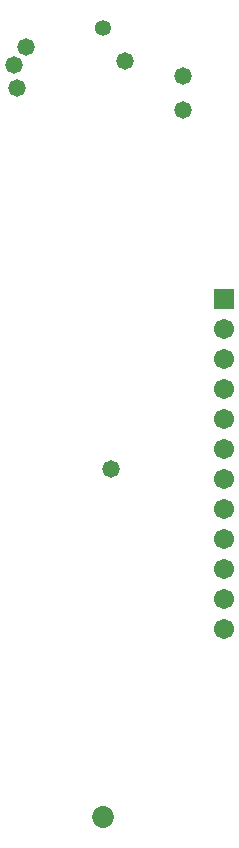
<source format=gbr>
%TF.GenerationSoftware,Altium Limited,Altium Designer,20.1.14 (287)*%
G04 Layer_Color=16711935*
%FSLAX26Y26*%
%MOIN*%
%TF.SameCoordinates,6A0BC998-17C7-4340-AACC-798D36D37454*%
%TF.FilePolarity,Negative*%
%TF.FileFunction,Soldermask,Bot*%
%TF.Part,Single*%
G01*
G75*
%TA.AperFunction,ComponentPad*%
%ADD19C,0.053276*%
%ADD20C,0.072961*%
%ADD21C,0.067055*%
%ADD22R,0.067055X0.067055*%
%TA.AperFunction,ViaPad*%
%ADD23C,0.058000*%
D19*
X1896417Y4869449D02*
D03*
D20*
Y2239528D02*
D03*
D21*
X2300000Y2865000D02*
D03*
Y2965000D02*
D03*
Y3065000D02*
D03*
Y3165000D02*
D03*
Y3265000D02*
D03*
Y3365000D02*
D03*
Y3465000D02*
D03*
Y3565000D02*
D03*
Y3665000D02*
D03*
Y3765000D02*
D03*
Y3865000D02*
D03*
D22*
Y3965000D02*
D03*
D23*
X1601654Y4746654D02*
D03*
X1610000Y4670228D02*
D03*
X1925000Y3400000D02*
D03*
X1640000Y4805000D02*
D03*
X2165000Y4595000D02*
D03*
X1970000Y4760000D02*
D03*
X2165000Y4710000D02*
D03*
%TF.MD5,05e1e9386d219d6efc25906c59dc3572*%
M02*

</source>
